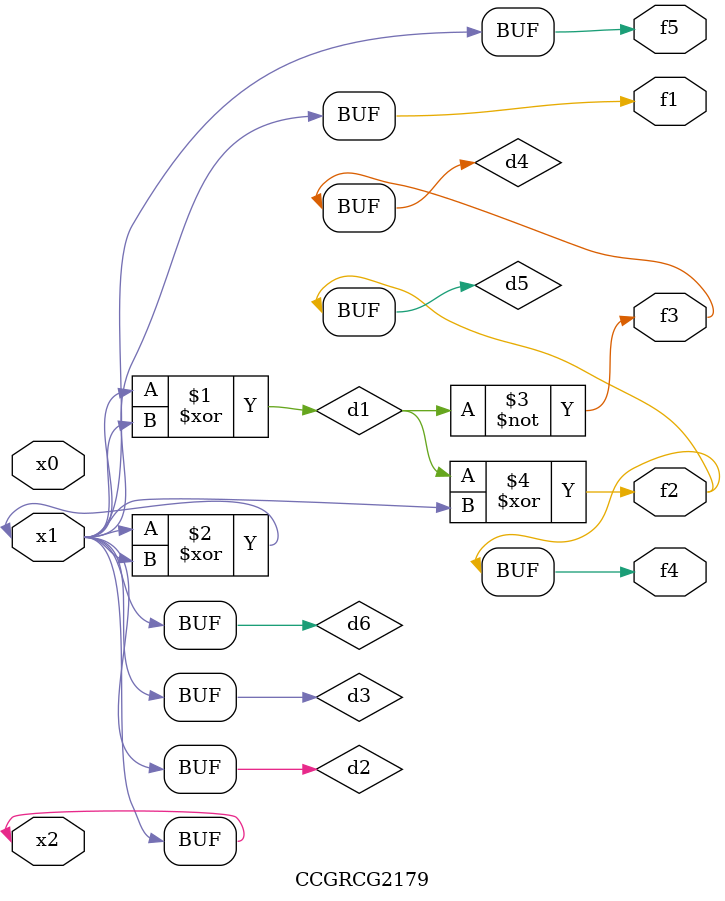
<source format=v>
module CCGRCG2179(
	input x0, x1, x2,
	output f1, f2, f3, f4, f5
);

	wire d1, d2, d3, d4, d5, d6;

	xor (d1, x1, x2);
	buf (d2, x1, x2);
	xor (d3, x1, x2);
	nor (d4, d1);
	xor (d5, d1, d2);
	buf (d6, d2, d3);
	assign f1 = d6;
	assign f2 = d5;
	assign f3 = d4;
	assign f4 = d5;
	assign f5 = d6;
endmodule

</source>
